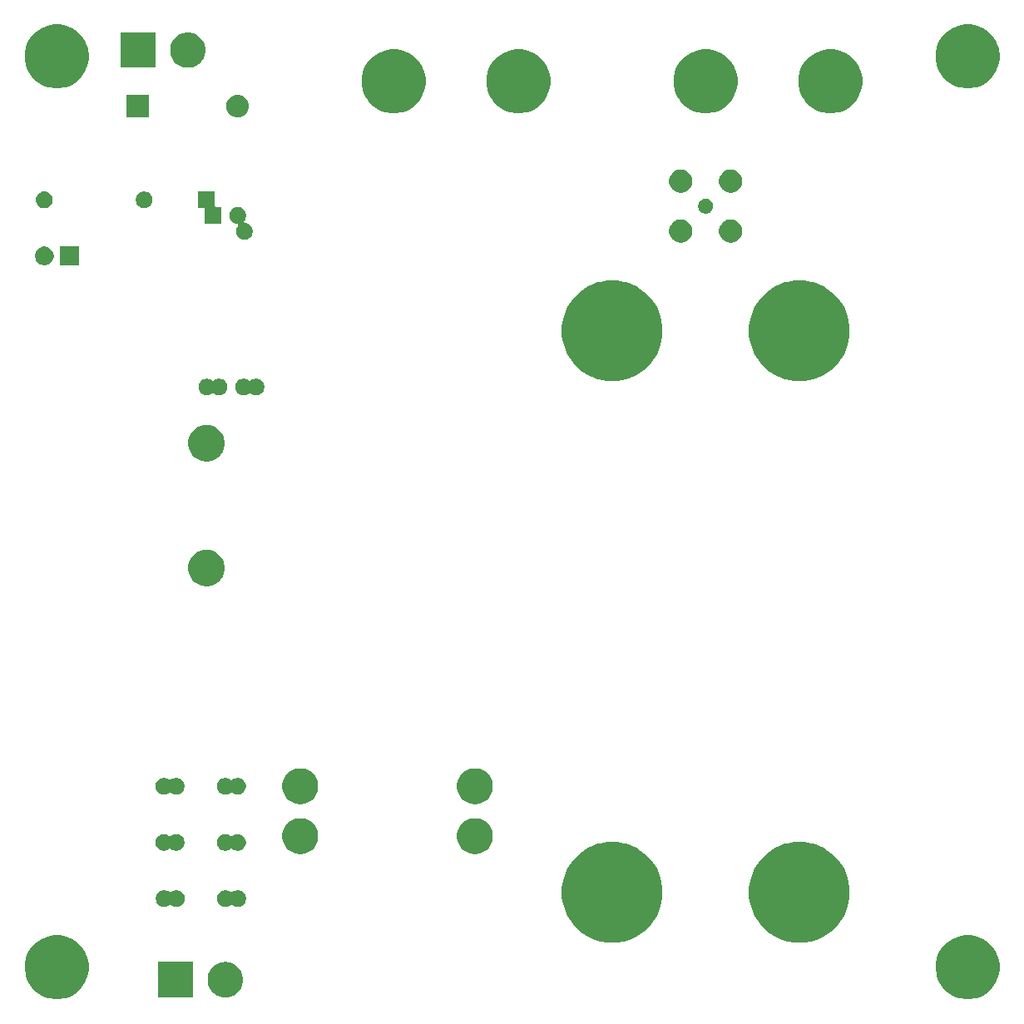
<source format=gbr>
G04 #@! TF.GenerationSoftware,KiCad,Pcbnew,5.0.2-bee76a0~70~ubuntu16.04.1*
G04 #@! TF.CreationDate,2021-05-08T15:12:51-07:00*
G04 #@! TF.ProjectId,simple-switching-network,73696d70-6c65-42d7-9377-69746368696e,rev?*
G04 #@! TF.SameCoordinates,Original*
G04 #@! TF.FileFunction,Soldermask,Top*
G04 #@! TF.FilePolarity,Negative*
%FSLAX46Y46*%
G04 Gerber Fmt 4.6, Leading zero omitted, Abs format (unit mm)*
G04 Created by KiCad (PCBNEW 5.0.2-bee76a0~70~ubuntu16.04.1) date Sat 08 May 2021 03:12:51 PM PDT*
%MOMM*%
%LPD*%
G01*
G04 APERTURE LIST*
%ADD10C,0.100000*%
G04 APERTURE END LIST*
D10*
G36*
X160654239Y-150481467D02*
X160968282Y-150543934D01*
X161559926Y-150789001D01*
X161851491Y-150983819D01*
X162092395Y-151144786D01*
X162545214Y-151597605D01*
X162545216Y-151597608D01*
X162900999Y-152130074D01*
X162900999Y-152130075D01*
X163146066Y-152721719D01*
X163271000Y-153349803D01*
X163271000Y-153990197D01*
X163208533Y-154304239D01*
X163146066Y-154618282D01*
X162900999Y-155209926D01*
X162730330Y-155465350D01*
X162545214Y-155742395D01*
X162092395Y-156195214D01*
X162092392Y-156195216D01*
X161559926Y-156550999D01*
X160968282Y-156796066D01*
X160654239Y-156858533D01*
X160340197Y-156921000D01*
X159699803Y-156921000D01*
X159385761Y-156858533D01*
X159071718Y-156796066D01*
X158480074Y-156550999D01*
X157947608Y-156195216D01*
X157947605Y-156195214D01*
X157494786Y-155742395D01*
X157309670Y-155465350D01*
X157139001Y-155209926D01*
X156893934Y-154618282D01*
X156831467Y-154304239D01*
X156769000Y-153990197D01*
X156769000Y-153349803D01*
X156893934Y-152721719D01*
X157139001Y-152130075D01*
X157139001Y-152130074D01*
X157494784Y-151597608D01*
X157494786Y-151597605D01*
X157947605Y-151144786D01*
X158188509Y-150983819D01*
X158480074Y-150789001D01*
X159071718Y-150543934D01*
X159385761Y-150481467D01*
X159699803Y-150419000D01*
X160340197Y-150419000D01*
X160654239Y-150481467D01*
X160654239Y-150481467D01*
G37*
G36*
X67944239Y-150481467D02*
X68258282Y-150543934D01*
X68849926Y-150789001D01*
X69141491Y-150983819D01*
X69382395Y-151144786D01*
X69835214Y-151597605D01*
X69835216Y-151597608D01*
X70190999Y-152130074D01*
X70190999Y-152130075D01*
X70436066Y-152721719D01*
X70561000Y-153349803D01*
X70561000Y-153990197D01*
X70498533Y-154304239D01*
X70436066Y-154618282D01*
X70190999Y-155209926D01*
X70020330Y-155465350D01*
X69835214Y-155742395D01*
X69382395Y-156195214D01*
X69382392Y-156195216D01*
X68849926Y-156550999D01*
X68258282Y-156796066D01*
X67944239Y-156858533D01*
X67630197Y-156921000D01*
X66989803Y-156921000D01*
X66675761Y-156858533D01*
X66361718Y-156796066D01*
X65770074Y-156550999D01*
X65237608Y-156195216D01*
X65237605Y-156195214D01*
X64784786Y-155742395D01*
X64599670Y-155465350D01*
X64429001Y-155209926D01*
X64183934Y-154618282D01*
X64121467Y-154304239D01*
X64059000Y-153990197D01*
X64059000Y-153349803D01*
X64183934Y-152721719D01*
X64429001Y-152130075D01*
X64429001Y-152130074D01*
X64784784Y-151597608D01*
X64784786Y-151597605D01*
X65237605Y-151144786D01*
X65478509Y-150983819D01*
X65770074Y-150789001D01*
X66361718Y-150543934D01*
X66675761Y-150481467D01*
X66989803Y-150419000D01*
X67630197Y-150419000D01*
X67944239Y-150481467D01*
X67944239Y-150481467D01*
G37*
G36*
X84681905Y-153148789D02*
X84980350Y-153208153D01*
X85308122Y-153343921D01*
X85603109Y-153541025D01*
X85853975Y-153791891D01*
X86051079Y-154086878D01*
X86186847Y-154414650D01*
X86256060Y-154762611D01*
X86256060Y-155117389D01*
X86186847Y-155465350D01*
X86051079Y-155793122D01*
X85853975Y-156088109D01*
X85603109Y-156338975D01*
X85308122Y-156536079D01*
X84980350Y-156671847D01*
X84681905Y-156731211D01*
X84632390Y-156741060D01*
X84277610Y-156741060D01*
X84228095Y-156731211D01*
X83929650Y-156671847D01*
X83601878Y-156536079D01*
X83306891Y-156338975D01*
X83056025Y-156088109D01*
X82858921Y-155793122D01*
X82723153Y-155465350D01*
X82653940Y-155117389D01*
X82653940Y-154762611D01*
X82723153Y-154414650D01*
X82858921Y-154086878D01*
X83056025Y-153791891D01*
X83306891Y-153541025D01*
X83601878Y-153343921D01*
X83929650Y-153208153D01*
X84228095Y-153148789D01*
X84277610Y-153138940D01*
X84632390Y-153138940D01*
X84681905Y-153148789D01*
X84681905Y-153148789D01*
G37*
G36*
X81176060Y-156741060D02*
X77573940Y-156741060D01*
X77573940Y-153138940D01*
X81176060Y-153138940D01*
X81176060Y-156741060D01*
X81176060Y-156741060D01*
G37*
G36*
X144041225Y-141050454D02*
X144371658Y-141116181D01*
X144758443Y-141276393D01*
X145305439Y-141502966D01*
X146145825Y-142064494D01*
X146860506Y-142779175D01*
X147422034Y-143619561D01*
X147808819Y-144553343D01*
X148006000Y-145544639D01*
X148006000Y-146555361D01*
X147808819Y-147546657D01*
X147422034Y-148480439D01*
X146860506Y-149320825D01*
X146145825Y-150035506D01*
X145305439Y-150597034D01*
X144841989Y-150789001D01*
X144371658Y-150983819D01*
X144041225Y-151049546D01*
X143380361Y-151181000D01*
X142369639Y-151181000D01*
X141708775Y-151049546D01*
X141378342Y-150983819D01*
X140908011Y-150789001D01*
X140444561Y-150597034D01*
X139604175Y-150035506D01*
X138889494Y-149320825D01*
X138327966Y-148480439D01*
X137941181Y-147546657D01*
X137744000Y-146555361D01*
X137744000Y-145544639D01*
X137941181Y-144553343D01*
X138327966Y-143619561D01*
X138889494Y-142779175D01*
X139604175Y-142064494D01*
X140444561Y-141502966D01*
X140991557Y-141276393D01*
X141378342Y-141116181D01*
X141708775Y-141050454D01*
X142369639Y-140919000D01*
X143380361Y-140919000D01*
X144041225Y-141050454D01*
X144041225Y-141050454D01*
G37*
G36*
X124991225Y-141050454D02*
X125321658Y-141116181D01*
X125708443Y-141276393D01*
X126255439Y-141502966D01*
X127095825Y-142064494D01*
X127810506Y-142779175D01*
X128372034Y-143619561D01*
X128758819Y-144553343D01*
X128956000Y-145544639D01*
X128956000Y-146555361D01*
X128758819Y-147546657D01*
X128372034Y-148480439D01*
X127810506Y-149320825D01*
X127095825Y-150035506D01*
X126255439Y-150597034D01*
X125791989Y-150789001D01*
X125321658Y-150983819D01*
X124991225Y-151049546D01*
X124330361Y-151181000D01*
X123319639Y-151181000D01*
X122658775Y-151049546D01*
X122328342Y-150983819D01*
X121858011Y-150789001D01*
X121394561Y-150597034D01*
X120554175Y-150035506D01*
X119839494Y-149320825D01*
X119277966Y-148480439D01*
X118891181Y-147546657D01*
X118694000Y-146555361D01*
X118694000Y-145544639D01*
X118891181Y-144553343D01*
X119277966Y-143619561D01*
X119839494Y-142779175D01*
X120554175Y-142064494D01*
X121394561Y-141502966D01*
X121941557Y-141276393D01*
X122328342Y-141116181D01*
X122658775Y-141050454D01*
X123319639Y-140919000D01*
X124330361Y-140919000D01*
X124991225Y-141050454D01*
X124991225Y-141050454D01*
G37*
G36*
X84723228Y-145866703D02*
X84878100Y-145930853D01*
X85017481Y-146023985D01*
X85017485Y-146023989D01*
X85024380Y-146028596D01*
X85030554Y-146033663D01*
X85052165Y-146045214D01*
X85075614Y-146052327D01*
X85100000Y-146054729D01*
X85124386Y-146052327D01*
X85147835Y-146045214D01*
X85169446Y-146033663D01*
X85175620Y-146028596D01*
X85182515Y-146023989D01*
X85182519Y-146023985D01*
X85321900Y-145930853D01*
X85476772Y-145866703D01*
X85641184Y-145834000D01*
X85808816Y-145834000D01*
X85973228Y-145866703D01*
X86128100Y-145930853D01*
X86267481Y-146023985D01*
X86386015Y-146142519D01*
X86479147Y-146281900D01*
X86543297Y-146436772D01*
X86576000Y-146601184D01*
X86576000Y-146768816D01*
X86543297Y-146933228D01*
X86479147Y-147088100D01*
X86386015Y-147227481D01*
X86267481Y-147346015D01*
X86128100Y-147439147D01*
X85973228Y-147503297D01*
X85808816Y-147536000D01*
X85641184Y-147536000D01*
X85476772Y-147503297D01*
X85321900Y-147439147D01*
X85182519Y-147346015D01*
X85182515Y-147346011D01*
X85175620Y-147341404D01*
X85169446Y-147336337D01*
X85147835Y-147324786D01*
X85124386Y-147317673D01*
X85100000Y-147315271D01*
X85075614Y-147317673D01*
X85052165Y-147324786D01*
X85030554Y-147336337D01*
X85024380Y-147341404D01*
X85017485Y-147346011D01*
X85017481Y-147346015D01*
X84878100Y-147439147D01*
X84723228Y-147503297D01*
X84558816Y-147536000D01*
X84391184Y-147536000D01*
X84226772Y-147503297D01*
X84071900Y-147439147D01*
X83932519Y-147346015D01*
X83813985Y-147227481D01*
X83720853Y-147088100D01*
X83656703Y-146933228D01*
X83624000Y-146768816D01*
X83624000Y-146601184D01*
X83656703Y-146436772D01*
X83720853Y-146281900D01*
X83813985Y-146142519D01*
X83932519Y-146023985D01*
X84071900Y-145930853D01*
X84226772Y-145866703D01*
X84391184Y-145834000D01*
X84558816Y-145834000D01*
X84723228Y-145866703D01*
X84723228Y-145866703D01*
G37*
G36*
X78473228Y-145866703D02*
X78628100Y-145930853D01*
X78767481Y-146023985D01*
X78767485Y-146023989D01*
X78774380Y-146028596D01*
X78780554Y-146033663D01*
X78802165Y-146045214D01*
X78825614Y-146052327D01*
X78850000Y-146054729D01*
X78874386Y-146052327D01*
X78897835Y-146045214D01*
X78919446Y-146033663D01*
X78925620Y-146028596D01*
X78932515Y-146023989D01*
X78932519Y-146023985D01*
X79071900Y-145930853D01*
X79226772Y-145866703D01*
X79391184Y-145834000D01*
X79558816Y-145834000D01*
X79723228Y-145866703D01*
X79878100Y-145930853D01*
X80017481Y-146023985D01*
X80136015Y-146142519D01*
X80229147Y-146281900D01*
X80293297Y-146436772D01*
X80326000Y-146601184D01*
X80326000Y-146768816D01*
X80293297Y-146933228D01*
X80229147Y-147088100D01*
X80136015Y-147227481D01*
X80017481Y-147346015D01*
X79878100Y-147439147D01*
X79723228Y-147503297D01*
X79558816Y-147536000D01*
X79391184Y-147536000D01*
X79226772Y-147503297D01*
X79071900Y-147439147D01*
X78932519Y-147346015D01*
X78932515Y-147346011D01*
X78925620Y-147341404D01*
X78919446Y-147336337D01*
X78897835Y-147324786D01*
X78874386Y-147317673D01*
X78850000Y-147315271D01*
X78825614Y-147317673D01*
X78802165Y-147324786D01*
X78780554Y-147336337D01*
X78774380Y-147341404D01*
X78767485Y-147346011D01*
X78767481Y-147346015D01*
X78628100Y-147439147D01*
X78473228Y-147503297D01*
X78308816Y-147536000D01*
X78141184Y-147536000D01*
X77976772Y-147503297D01*
X77821900Y-147439147D01*
X77682519Y-147346015D01*
X77563985Y-147227481D01*
X77470853Y-147088100D01*
X77406703Y-146933228D01*
X77374000Y-146768816D01*
X77374000Y-146601184D01*
X77406703Y-146436772D01*
X77470853Y-146281900D01*
X77563985Y-146142519D01*
X77682519Y-146023985D01*
X77821900Y-145930853D01*
X77976772Y-145866703D01*
X78141184Y-145834000D01*
X78308816Y-145834000D01*
X78473228Y-145866703D01*
X78473228Y-145866703D01*
G37*
G36*
X92431820Y-138541143D02*
X92608500Y-138576287D01*
X92746373Y-138633396D01*
X92941355Y-138714160D01*
X93240923Y-138914325D01*
X93495675Y-139169077D01*
X93695840Y-139468645D01*
X93833713Y-139801501D01*
X93904000Y-140154858D01*
X93904000Y-140515142D01*
X93833713Y-140868499D01*
X93695840Y-141201355D01*
X93495675Y-141500923D01*
X93240923Y-141755675D01*
X92941355Y-141955840D01*
X92746373Y-142036604D01*
X92608500Y-142093713D01*
X92431820Y-142128857D01*
X92255142Y-142164000D01*
X91894858Y-142164000D01*
X91718180Y-142128857D01*
X91541500Y-142093713D01*
X91403627Y-142036604D01*
X91208645Y-141955840D01*
X90909077Y-141755675D01*
X90654325Y-141500923D01*
X90454160Y-141201355D01*
X90316287Y-140868499D01*
X90246000Y-140515142D01*
X90246000Y-140154858D01*
X90316287Y-139801501D01*
X90454160Y-139468645D01*
X90654325Y-139169077D01*
X90909077Y-138914325D01*
X91208645Y-138714160D01*
X91403627Y-138633396D01*
X91541500Y-138576287D01*
X91718180Y-138541143D01*
X91894858Y-138506000D01*
X92255142Y-138506000D01*
X92431820Y-138541143D01*
X92431820Y-138541143D01*
G37*
G36*
X110211820Y-138541143D02*
X110388500Y-138576287D01*
X110526373Y-138633396D01*
X110721355Y-138714160D01*
X111020923Y-138914325D01*
X111275675Y-139169077D01*
X111475840Y-139468645D01*
X111613713Y-139801501D01*
X111684000Y-140154858D01*
X111684000Y-140515142D01*
X111613713Y-140868499D01*
X111475840Y-141201355D01*
X111275675Y-141500923D01*
X111020923Y-141755675D01*
X110721355Y-141955840D01*
X110526373Y-142036604D01*
X110388500Y-142093713D01*
X110211820Y-142128857D01*
X110035142Y-142164000D01*
X109674858Y-142164000D01*
X109498180Y-142128857D01*
X109321500Y-142093713D01*
X109183627Y-142036604D01*
X108988645Y-141955840D01*
X108689077Y-141755675D01*
X108434325Y-141500923D01*
X108234160Y-141201355D01*
X108096287Y-140868499D01*
X108026000Y-140515142D01*
X108026000Y-140154858D01*
X108096287Y-139801501D01*
X108234160Y-139468645D01*
X108434325Y-139169077D01*
X108689077Y-138914325D01*
X108988645Y-138714160D01*
X109183627Y-138633396D01*
X109321500Y-138576287D01*
X109498180Y-138541143D01*
X109674858Y-138506000D01*
X110035142Y-138506000D01*
X110211820Y-138541143D01*
X110211820Y-138541143D01*
G37*
G36*
X84703228Y-140151703D02*
X84858100Y-140215853D01*
X84997481Y-140308985D01*
X84997485Y-140308989D01*
X85004380Y-140313596D01*
X85010554Y-140318663D01*
X85032165Y-140330214D01*
X85055614Y-140337327D01*
X85080000Y-140339729D01*
X85104386Y-140337327D01*
X85127835Y-140330214D01*
X85149446Y-140318663D01*
X85155620Y-140313596D01*
X85162515Y-140308989D01*
X85162519Y-140308985D01*
X85301900Y-140215853D01*
X85456772Y-140151703D01*
X85621184Y-140119000D01*
X85788816Y-140119000D01*
X85953228Y-140151703D01*
X86108100Y-140215853D01*
X86247481Y-140308985D01*
X86366015Y-140427519D01*
X86459147Y-140566900D01*
X86523297Y-140721772D01*
X86556000Y-140886184D01*
X86556000Y-141053816D01*
X86523297Y-141218228D01*
X86459147Y-141373100D01*
X86366015Y-141512481D01*
X86247481Y-141631015D01*
X86108100Y-141724147D01*
X85953228Y-141788297D01*
X85788816Y-141821000D01*
X85621184Y-141821000D01*
X85456772Y-141788297D01*
X85301900Y-141724147D01*
X85162519Y-141631015D01*
X85162515Y-141631011D01*
X85155620Y-141626404D01*
X85149446Y-141621337D01*
X85127835Y-141609786D01*
X85104386Y-141602673D01*
X85080000Y-141600271D01*
X85055614Y-141602673D01*
X85032165Y-141609786D01*
X85010554Y-141621337D01*
X85004380Y-141626404D01*
X84997485Y-141631011D01*
X84997481Y-141631015D01*
X84858100Y-141724147D01*
X84703228Y-141788297D01*
X84538816Y-141821000D01*
X84371184Y-141821000D01*
X84206772Y-141788297D01*
X84051900Y-141724147D01*
X83912519Y-141631015D01*
X83793985Y-141512481D01*
X83700853Y-141373100D01*
X83636703Y-141218228D01*
X83604000Y-141053816D01*
X83604000Y-140886184D01*
X83636703Y-140721772D01*
X83700853Y-140566900D01*
X83793985Y-140427519D01*
X83912519Y-140308985D01*
X84051900Y-140215853D01*
X84206772Y-140151703D01*
X84371184Y-140119000D01*
X84538816Y-140119000D01*
X84703228Y-140151703D01*
X84703228Y-140151703D01*
G37*
G36*
X78453228Y-140151703D02*
X78608100Y-140215853D01*
X78747481Y-140308985D01*
X78747485Y-140308989D01*
X78754380Y-140313596D01*
X78760554Y-140318663D01*
X78782165Y-140330214D01*
X78805614Y-140337327D01*
X78830000Y-140339729D01*
X78854386Y-140337327D01*
X78877835Y-140330214D01*
X78899446Y-140318663D01*
X78905620Y-140313596D01*
X78912515Y-140308989D01*
X78912519Y-140308985D01*
X79051900Y-140215853D01*
X79206772Y-140151703D01*
X79371184Y-140119000D01*
X79538816Y-140119000D01*
X79703228Y-140151703D01*
X79858100Y-140215853D01*
X79997481Y-140308985D01*
X80116015Y-140427519D01*
X80209147Y-140566900D01*
X80273297Y-140721772D01*
X80306000Y-140886184D01*
X80306000Y-141053816D01*
X80273297Y-141218228D01*
X80209147Y-141373100D01*
X80116015Y-141512481D01*
X79997481Y-141631015D01*
X79858100Y-141724147D01*
X79703228Y-141788297D01*
X79538816Y-141821000D01*
X79371184Y-141821000D01*
X79206772Y-141788297D01*
X79051900Y-141724147D01*
X78912519Y-141631015D01*
X78912515Y-141631011D01*
X78905620Y-141626404D01*
X78899446Y-141621337D01*
X78877835Y-141609786D01*
X78854386Y-141602673D01*
X78830000Y-141600271D01*
X78805614Y-141602673D01*
X78782165Y-141609786D01*
X78760554Y-141621337D01*
X78754380Y-141626404D01*
X78747485Y-141631011D01*
X78747481Y-141631015D01*
X78608100Y-141724147D01*
X78453228Y-141788297D01*
X78288816Y-141821000D01*
X78121184Y-141821000D01*
X77956772Y-141788297D01*
X77801900Y-141724147D01*
X77662519Y-141631015D01*
X77543985Y-141512481D01*
X77450853Y-141373100D01*
X77386703Y-141218228D01*
X77354000Y-141053816D01*
X77354000Y-140886184D01*
X77386703Y-140721772D01*
X77450853Y-140566900D01*
X77543985Y-140427519D01*
X77662519Y-140308985D01*
X77801900Y-140215853D01*
X77956772Y-140151703D01*
X78121184Y-140119000D01*
X78288816Y-140119000D01*
X78453228Y-140151703D01*
X78453228Y-140151703D01*
G37*
G36*
X110211821Y-133461144D02*
X110388500Y-133496287D01*
X110526373Y-133553396D01*
X110721355Y-133634160D01*
X111020923Y-133834325D01*
X111275675Y-134089077D01*
X111475840Y-134388645D01*
X111613713Y-134721501D01*
X111684000Y-135074858D01*
X111684000Y-135435142D01*
X111613713Y-135788499D01*
X111475840Y-136121355D01*
X111275675Y-136420923D01*
X111020923Y-136675675D01*
X110721355Y-136875840D01*
X110526373Y-136956604D01*
X110388500Y-137013713D01*
X110211820Y-137048857D01*
X110035142Y-137084000D01*
X109674858Y-137084000D01*
X109498180Y-137048857D01*
X109321500Y-137013713D01*
X109183627Y-136956604D01*
X108988645Y-136875840D01*
X108689077Y-136675675D01*
X108434325Y-136420923D01*
X108234160Y-136121355D01*
X108096287Y-135788499D01*
X108026000Y-135435142D01*
X108026000Y-135074858D01*
X108096287Y-134721501D01*
X108234160Y-134388645D01*
X108434325Y-134089077D01*
X108689077Y-133834325D01*
X108988645Y-133634160D01*
X109183627Y-133553396D01*
X109321500Y-133496287D01*
X109498179Y-133461144D01*
X109674858Y-133426000D01*
X110035142Y-133426000D01*
X110211821Y-133461144D01*
X110211821Y-133461144D01*
G37*
G36*
X92431821Y-133461144D02*
X92608500Y-133496287D01*
X92746373Y-133553396D01*
X92941355Y-133634160D01*
X93240923Y-133834325D01*
X93495675Y-134089077D01*
X93695840Y-134388645D01*
X93833713Y-134721501D01*
X93904000Y-135074858D01*
X93904000Y-135435142D01*
X93833713Y-135788499D01*
X93695840Y-136121355D01*
X93495675Y-136420923D01*
X93240923Y-136675675D01*
X92941355Y-136875840D01*
X92746373Y-136956604D01*
X92608500Y-137013713D01*
X92431820Y-137048857D01*
X92255142Y-137084000D01*
X91894858Y-137084000D01*
X91718180Y-137048857D01*
X91541500Y-137013713D01*
X91403627Y-136956604D01*
X91208645Y-136875840D01*
X90909077Y-136675675D01*
X90654325Y-136420923D01*
X90454160Y-136121355D01*
X90316287Y-135788499D01*
X90246000Y-135435142D01*
X90246000Y-135074858D01*
X90316287Y-134721501D01*
X90454160Y-134388645D01*
X90654325Y-134089077D01*
X90909077Y-133834325D01*
X91208645Y-133634160D01*
X91403627Y-133553396D01*
X91541500Y-133496287D01*
X91718179Y-133461144D01*
X91894858Y-133426000D01*
X92255142Y-133426000D01*
X92431821Y-133461144D01*
X92431821Y-133461144D01*
G37*
G36*
X84703228Y-134436703D02*
X84858100Y-134500853D01*
X84997481Y-134593985D01*
X84997485Y-134593989D01*
X85004380Y-134598596D01*
X85010554Y-134603663D01*
X85032165Y-134615214D01*
X85055614Y-134622327D01*
X85080000Y-134624729D01*
X85104386Y-134622327D01*
X85127835Y-134615214D01*
X85149446Y-134603663D01*
X85155620Y-134598596D01*
X85162515Y-134593989D01*
X85162519Y-134593985D01*
X85301900Y-134500853D01*
X85456772Y-134436703D01*
X85621184Y-134404000D01*
X85788816Y-134404000D01*
X85953228Y-134436703D01*
X86108100Y-134500853D01*
X86247481Y-134593985D01*
X86366015Y-134712519D01*
X86459147Y-134851900D01*
X86523297Y-135006772D01*
X86556000Y-135171184D01*
X86556000Y-135338816D01*
X86523297Y-135503228D01*
X86459147Y-135658100D01*
X86366015Y-135797481D01*
X86247481Y-135916015D01*
X86108100Y-136009147D01*
X85953228Y-136073297D01*
X85788816Y-136106000D01*
X85621184Y-136106000D01*
X85456772Y-136073297D01*
X85301900Y-136009147D01*
X85162519Y-135916015D01*
X85162515Y-135916011D01*
X85155620Y-135911404D01*
X85149446Y-135906337D01*
X85127835Y-135894786D01*
X85104386Y-135887673D01*
X85080000Y-135885271D01*
X85055614Y-135887673D01*
X85032165Y-135894786D01*
X85010554Y-135906337D01*
X85004380Y-135911404D01*
X84997485Y-135916011D01*
X84997481Y-135916015D01*
X84858100Y-136009147D01*
X84703228Y-136073297D01*
X84538816Y-136106000D01*
X84371184Y-136106000D01*
X84206772Y-136073297D01*
X84051900Y-136009147D01*
X83912519Y-135916015D01*
X83793985Y-135797481D01*
X83700853Y-135658100D01*
X83636703Y-135503228D01*
X83604000Y-135338816D01*
X83604000Y-135171184D01*
X83636703Y-135006772D01*
X83700853Y-134851900D01*
X83793985Y-134712519D01*
X83912519Y-134593985D01*
X84051900Y-134500853D01*
X84206772Y-134436703D01*
X84371184Y-134404000D01*
X84538816Y-134404000D01*
X84703228Y-134436703D01*
X84703228Y-134436703D01*
G37*
G36*
X78453228Y-134436703D02*
X78608100Y-134500853D01*
X78747481Y-134593985D01*
X78747485Y-134593989D01*
X78754380Y-134598596D01*
X78760554Y-134603663D01*
X78782165Y-134615214D01*
X78805614Y-134622327D01*
X78830000Y-134624729D01*
X78854386Y-134622327D01*
X78877835Y-134615214D01*
X78899446Y-134603663D01*
X78905620Y-134598596D01*
X78912515Y-134593989D01*
X78912519Y-134593985D01*
X79051900Y-134500853D01*
X79206772Y-134436703D01*
X79371184Y-134404000D01*
X79538816Y-134404000D01*
X79703228Y-134436703D01*
X79858100Y-134500853D01*
X79997481Y-134593985D01*
X80116015Y-134712519D01*
X80209147Y-134851900D01*
X80273297Y-135006772D01*
X80306000Y-135171184D01*
X80306000Y-135338816D01*
X80273297Y-135503228D01*
X80209147Y-135658100D01*
X80116015Y-135797481D01*
X79997481Y-135916015D01*
X79858100Y-136009147D01*
X79703228Y-136073297D01*
X79538816Y-136106000D01*
X79371184Y-136106000D01*
X79206772Y-136073297D01*
X79051900Y-136009147D01*
X78912519Y-135916015D01*
X78912515Y-135916011D01*
X78905620Y-135911404D01*
X78899446Y-135906337D01*
X78877835Y-135894786D01*
X78854386Y-135887673D01*
X78830000Y-135885271D01*
X78805614Y-135887673D01*
X78782165Y-135894786D01*
X78760554Y-135906337D01*
X78754380Y-135911404D01*
X78747485Y-135916011D01*
X78747481Y-135916015D01*
X78608100Y-136009147D01*
X78453228Y-136073297D01*
X78288816Y-136106000D01*
X78121184Y-136106000D01*
X77956772Y-136073297D01*
X77801900Y-136009147D01*
X77662519Y-135916015D01*
X77543985Y-135797481D01*
X77450853Y-135658100D01*
X77386703Y-135503228D01*
X77354000Y-135338816D01*
X77354000Y-135171184D01*
X77386703Y-135006772D01*
X77450853Y-134851900D01*
X77543985Y-134712519D01*
X77662519Y-134593985D01*
X77801900Y-134500853D01*
X77956772Y-134436703D01*
X78121184Y-134404000D01*
X78288816Y-134404000D01*
X78453228Y-134436703D01*
X78453228Y-134436703D01*
G37*
G36*
X82911112Y-111214566D02*
X83089917Y-111250133D01*
X83426777Y-111389665D01*
X83727902Y-111590870D01*
X83729947Y-111592237D01*
X83987763Y-111850053D01*
X83987765Y-111850056D01*
X84190335Y-112153223D01*
X84329867Y-112490083D01*
X84401000Y-112847692D01*
X84401000Y-113212308D01*
X84329867Y-113569917D01*
X84190335Y-113906777D01*
X83989130Y-114207902D01*
X83987763Y-114209947D01*
X83729947Y-114467763D01*
X83729944Y-114467765D01*
X83426777Y-114670335D01*
X83089917Y-114809867D01*
X82911113Y-114845433D01*
X82732309Y-114881000D01*
X82367691Y-114881000D01*
X82188887Y-114845433D01*
X82010083Y-114809867D01*
X81673223Y-114670335D01*
X81370056Y-114467765D01*
X81370053Y-114467763D01*
X81112237Y-114209947D01*
X81110870Y-114207902D01*
X80909665Y-113906777D01*
X80770133Y-113569917D01*
X80699000Y-113212308D01*
X80699000Y-112847692D01*
X80770133Y-112490083D01*
X80909665Y-112153223D01*
X81112235Y-111850056D01*
X81112237Y-111850053D01*
X81370053Y-111592237D01*
X81372098Y-111590870D01*
X81673223Y-111389665D01*
X82010083Y-111250133D01*
X82188888Y-111214566D01*
X82367691Y-111179000D01*
X82732309Y-111179000D01*
X82911112Y-111214566D01*
X82911112Y-111214566D01*
G37*
G36*
X82911113Y-98514567D02*
X83089917Y-98550133D01*
X83426777Y-98689665D01*
X83727902Y-98890870D01*
X83729947Y-98892237D01*
X83987763Y-99150053D01*
X83987765Y-99150056D01*
X84190335Y-99453223D01*
X84329867Y-99790083D01*
X84401000Y-100147692D01*
X84401000Y-100512308D01*
X84329867Y-100869917D01*
X84190335Y-101206777D01*
X83989130Y-101507902D01*
X83987763Y-101509947D01*
X83729947Y-101767763D01*
X83729944Y-101767765D01*
X83426777Y-101970335D01*
X83089917Y-102109867D01*
X82911113Y-102145433D01*
X82732309Y-102181000D01*
X82367691Y-102181000D01*
X82188887Y-102145433D01*
X82010083Y-102109867D01*
X81673223Y-101970335D01*
X81370056Y-101767765D01*
X81370053Y-101767763D01*
X81112237Y-101509947D01*
X81110870Y-101507902D01*
X80909665Y-101206777D01*
X80770133Y-100869917D01*
X80699000Y-100512308D01*
X80699000Y-100147692D01*
X80770133Y-99790083D01*
X80909665Y-99453223D01*
X81112235Y-99150056D01*
X81112237Y-99150053D01*
X81370053Y-98892237D01*
X81372098Y-98890870D01*
X81673223Y-98689665D01*
X82010083Y-98550133D01*
X82188887Y-98514567D01*
X82367691Y-98479000D01*
X82732309Y-98479000D01*
X82911113Y-98514567D01*
X82911113Y-98514567D01*
G37*
G36*
X86568228Y-93796703D02*
X86723100Y-93860853D01*
X86862481Y-93953985D01*
X86862485Y-93953989D01*
X86869380Y-93958596D01*
X86875554Y-93963663D01*
X86897165Y-93975214D01*
X86920614Y-93982327D01*
X86945000Y-93984729D01*
X86969386Y-93982327D01*
X86992835Y-93975214D01*
X87014446Y-93963663D01*
X87020620Y-93958596D01*
X87027515Y-93953989D01*
X87027519Y-93953985D01*
X87166900Y-93860853D01*
X87321772Y-93796703D01*
X87486184Y-93764000D01*
X87653816Y-93764000D01*
X87818228Y-93796703D01*
X87973100Y-93860853D01*
X88112481Y-93953985D01*
X88231015Y-94072519D01*
X88324147Y-94211900D01*
X88388297Y-94366772D01*
X88421000Y-94531184D01*
X88421000Y-94698816D01*
X88388297Y-94863228D01*
X88324147Y-95018100D01*
X88231015Y-95157481D01*
X88112481Y-95276015D01*
X87973100Y-95369147D01*
X87818228Y-95433297D01*
X87653816Y-95466000D01*
X87486184Y-95466000D01*
X87321772Y-95433297D01*
X87166900Y-95369147D01*
X87027519Y-95276015D01*
X87027515Y-95276011D01*
X87020620Y-95271404D01*
X87014446Y-95266337D01*
X86992835Y-95254786D01*
X86969386Y-95247673D01*
X86945000Y-95245271D01*
X86920614Y-95247673D01*
X86897165Y-95254786D01*
X86875554Y-95266337D01*
X86869380Y-95271404D01*
X86862485Y-95276011D01*
X86862481Y-95276015D01*
X86723100Y-95369147D01*
X86568228Y-95433297D01*
X86403816Y-95466000D01*
X86236184Y-95466000D01*
X86071772Y-95433297D01*
X85916900Y-95369147D01*
X85777519Y-95276015D01*
X85658985Y-95157481D01*
X85565853Y-95018100D01*
X85501703Y-94863228D01*
X85469000Y-94698816D01*
X85469000Y-94531184D01*
X85501703Y-94366772D01*
X85565853Y-94211900D01*
X85658985Y-94072519D01*
X85777519Y-93953985D01*
X85916900Y-93860853D01*
X86071772Y-93796703D01*
X86236184Y-93764000D01*
X86403816Y-93764000D01*
X86568228Y-93796703D01*
X86568228Y-93796703D01*
G37*
G36*
X82818228Y-93796703D02*
X82973100Y-93860853D01*
X83112481Y-93953985D01*
X83112485Y-93953989D01*
X83119380Y-93958596D01*
X83125554Y-93963663D01*
X83147165Y-93975214D01*
X83170614Y-93982327D01*
X83195000Y-93984729D01*
X83219386Y-93982327D01*
X83242835Y-93975214D01*
X83264446Y-93963663D01*
X83270620Y-93958596D01*
X83277515Y-93953989D01*
X83277519Y-93953985D01*
X83416900Y-93860853D01*
X83571772Y-93796703D01*
X83736184Y-93764000D01*
X83903816Y-93764000D01*
X84068228Y-93796703D01*
X84223100Y-93860853D01*
X84362481Y-93953985D01*
X84481015Y-94072519D01*
X84574147Y-94211900D01*
X84638297Y-94366772D01*
X84671000Y-94531184D01*
X84671000Y-94698816D01*
X84638297Y-94863228D01*
X84574147Y-95018100D01*
X84481015Y-95157481D01*
X84362481Y-95276015D01*
X84223100Y-95369147D01*
X84068228Y-95433297D01*
X83903816Y-95466000D01*
X83736184Y-95466000D01*
X83571772Y-95433297D01*
X83416900Y-95369147D01*
X83277519Y-95276015D01*
X83277515Y-95276011D01*
X83270620Y-95271404D01*
X83264446Y-95266337D01*
X83242835Y-95254786D01*
X83219386Y-95247673D01*
X83195000Y-95245271D01*
X83170614Y-95247673D01*
X83147165Y-95254786D01*
X83125554Y-95266337D01*
X83119380Y-95271404D01*
X83112485Y-95276011D01*
X83112481Y-95276015D01*
X82973100Y-95369147D01*
X82818228Y-95433297D01*
X82653816Y-95466000D01*
X82486184Y-95466000D01*
X82321772Y-95433297D01*
X82166900Y-95369147D01*
X82027519Y-95276015D01*
X81908985Y-95157481D01*
X81815853Y-95018100D01*
X81751703Y-94863228D01*
X81719000Y-94698816D01*
X81719000Y-94531184D01*
X81751703Y-94366772D01*
X81815853Y-94211900D01*
X81908985Y-94072519D01*
X82027519Y-93953985D01*
X82166900Y-93860853D01*
X82321772Y-93796703D01*
X82486184Y-93764000D01*
X82653816Y-93764000D01*
X82818228Y-93796703D01*
X82818228Y-93796703D01*
G37*
G36*
X144041225Y-83900454D02*
X144371658Y-83966181D01*
X144758443Y-84126393D01*
X145305439Y-84352966D01*
X146145825Y-84914494D01*
X146860506Y-85629175D01*
X147422034Y-86469561D01*
X147808819Y-87403343D01*
X148006000Y-88394639D01*
X148006000Y-89405361D01*
X147808819Y-90396657D01*
X147422034Y-91330439D01*
X146860506Y-92170825D01*
X146145825Y-92885506D01*
X145305439Y-93447034D01*
X144758443Y-93673607D01*
X144371658Y-93833819D01*
X144235748Y-93860853D01*
X143380361Y-94031000D01*
X142369639Y-94031000D01*
X141514252Y-93860853D01*
X141378342Y-93833819D01*
X140991557Y-93673607D01*
X140444561Y-93447034D01*
X139604175Y-92885506D01*
X138889494Y-92170825D01*
X138327966Y-91330439D01*
X137941181Y-90396657D01*
X137744000Y-89405361D01*
X137744000Y-88394639D01*
X137941181Y-87403343D01*
X138327966Y-86469561D01*
X138889494Y-85629175D01*
X139604175Y-84914494D01*
X140444561Y-84352966D01*
X140991557Y-84126393D01*
X141378342Y-83966181D01*
X141708775Y-83900454D01*
X142369639Y-83769000D01*
X143380361Y-83769000D01*
X144041225Y-83900454D01*
X144041225Y-83900454D01*
G37*
G36*
X124991225Y-83900454D02*
X125321658Y-83966181D01*
X125708443Y-84126393D01*
X126255439Y-84352966D01*
X127095825Y-84914494D01*
X127810506Y-85629175D01*
X128372034Y-86469561D01*
X128758819Y-87403343D01*
X128956000Y-88394639D01*
X128956000Y-89405361D01*
X128758819Y-90396657D01*
X128372034Y-91330439D01*
X127810506Y-92170825D01*
X127095825Y-92885506D01*
X126255439Y-93447034D01*
X125708443Y-93673607D01*
X125321658Y-93833819D01*
X125185748Y-93860853D01*
X124330361Y-94031000D01*
X123319639Y-94031000D01*
X122464252Y-93860853D01*
X122328342Y-93833819D01*
X121941557Y-93673607D01*
X121394561Y-93447034D01*
X120554175Y-92885506D01*
X119839494Y-92170825D01*
X119277966Y-91330439D01*
X118891181Y-90396657D01*
X118694000Y-89405361D01*
X118694000Y-88394639D01*
X118891181Y-87403343D01*
X119277966Y-86469561D01*
X119839494Y-85629175D01*
X120554175Y-84914494D01*
X121394561Y-84352966D01*
X121941557Y-84126393D01*
X122328342Y-83966181D01*
X122658775Y-83900454D01*
X123319639Y-83769000D01*
X124330361Y-83769000D01*
X124991225Y-83900454D01*
X124991225Y-83900454D01*
G37*
G36*
X66317396Y-80365546D02*
X66490466Y-80437234D01*
X66646230Y-80541312D01*
X66778688Y-80673770D01*
X66882766Y-80829534D01*
X66954454Y-81002604D01*
X66991000Y-81186333D01*
X66991000Y-81373667D01*
X66954454Y-81557396D01*
X66882766Y-81730466D01*
X66778688Y-81886230D01*
X66646230Y-82018688D01*
X66490466Y-82122766D01*
X66317396Y-82194454D01*
X66133667Y-82231000D01*
X65946333Y-82231000D01*
X65762604Y-82194454D01*
X65589534Y-82122766D01*
X65433770Y-82018688D01*
X65301312Y-81886230D01*
X65197234Y-81730466D01*
X65125546Y-81557396D01*
X65089000Y-81373667D01*
X65089000Y-81186333D01*
X65125546Y-81002604D01*
X65197234Y-80829534D01*
X65301312Y-80673770D01*
X65433770Y-80541312D01*
X65589534Y-80437234D01*
X65762604Y-80365546D01*
X65946333Y-80329000D01*
X66133667Y-80329000D01*
X66317396Y-80365546D01*
X66317396Y-80365546D01*
G37*
G36*
X69531000Y-82231000D02*
X67629000Y-82231000D01*
X67629000Y-80329000D01*
X69531000Y-80329000D01*
X69531000Y-82231000D01*
X69531000Y-82231000D01*
G37*
G36*
X131039427Y-77586597D02*
X131153027Y-77609193D01*
X131367045Y-77697842D01*
X131431882Y-77741165D01*
X131559659Y-77826543D01*
X131723457Y-77990341D01*
X131723459Y-77990344D01*
X131852158Y-78182955D01*
X131940807Y-78396973D01*
X131986000Y-78624174D01*
X131986000Y-78855826D01*
X131940807Y-79083027D01*
X131852158Y-79297045D01*
X131724326Y-79488358D01*
X131723457Y-79489659D01*
X131559659Y-79653457D01*
X131559656Y-79653459D01*
X131367045Y-79782158D01*
X131153027Y-79870807D01*
X131039427Y-79893403D01*
X130925827Y-79916000D01*
X130694173Y-79916000D01*
X130580573Y-79893403D01*
X130466973Y-79870807D01*
X130252955Y-79782158D01*
X130060344Y-79653459D01*
X130060341Y-79653457D01*
X129896543Y-79489659D01*
X129895674Y-79488358D01*
X129767842Y-79297045D01*
X129679193Y-79083027D01*
X129634000Y-78855826D01*
X129634000Y-78624174D01*
X129679193Y-78396973D01*
X129767842Y-78182955D01*
X129896541Y-77990344D01*
X129896543Y-77990341D01*
X130060341Y-77826543D01*
X130188118Y-77741165D01*
X130252955Y-77697842D01*
X130466973Y-77609193D01*
X130580573Y-77586597D01*
X130694173Y-77564000D01*
X130925827Y-77564000D01*
X131039427Y-77586597D01*
X131039427Y-77586597D01*
G37*
G36*
X136119427Y-77586597D02*
X136233027Y-77609193D01*
X136447045Y-77697842D01*
X136511882Y-77741165D01*
X136639659Y-77826543D01*
X136803457Y-77990341D01*
X136803459Y-77990344D01*
X136932158Y-78182955D01*
X137020807Y-78396973D01*
X137066000Y-78624174D01*
X137066000Y-78855826D01*
X137020807Y-79083027D01*
X136932158Y-79297045D01*
X136804326Y-79488358D01*
X136803457Y-79489659D01*
X136639659Y-79653457D01*
X136639656Y-79653459D01*
X136447045Y-79782158D01*
X136233027Y-79870807D01*
X136119427Y-79893403D01*
X136005827Y-79916000D01*
X135774173Y-79916000D01*
X135660573Y-79893403D01*
X135546973Y-79870807D01*
X135332955Y-79782158D01*
X135140344Y-79653459D01*
X135140341Y-79653457D01*
X134976543Y-79489659D01*
X134975674Y-79488358D01*
X134847842Y-79297045D01*
X134759193Y-79083027D01*
X134714000Y-78855826D01*
X134714000Y-78624174D01*
X134759193Y-78396973D01*
X134847842Y-78182955D01*
X134976541Y-77990344D01*
X134976543Y-77990341D01*
X135140341Y-77826543D01*
X135268118Y-77741165D01*
X135332955Y-77697842D01*
X135546973Y-77609193D01*
X135660573Y-77586597D01*
X135774173Y-77564000D01*
X136005827Y-77564000D01*
X136119427Y-77586597D01*
X136119427Y-77586597D01*
G37*
G36*
X85969165Y-76346703D02*
X86124037Y-76410853D01*
X86263418Y-76503985D01*
X86381952Y-76622519D01*
X86475084Y-76761900D01*
X86539234Y-76916772D01*
X86571937Y-77081184D01*
X86571937Y-77248816D01*
X86539234Y-77413228D01*
X86475084Y-77568100D01*
X86381952Y-77707481D01*
X86376556Y-77715556D01*
X86373274Y-77719554D01*
X86361723Y-77741165D01*
X86354610Y-77764614D01*
X86352208Y-77789000D01*
X86354610Y-77813386D01*
X86361723Y-77836835D01*
X86373274Y-77858446D01*
X86388820Y-77877388D01*
X86407762Y-77892934D01*
X86429373Y-77904485D01*
X86452822Y-77911598D01*
X86474202Y-77913704D01*
X86475690Y-77914000D01*
X86640102Y-77946703D01*
X86794974Y-78010853D01*
X86934355Y-78103985D01*
X87052889Y-78222519D01*
X87146021Y-78361900D01*
X87210171Y-78516772D01*
X87242874Y-78681184D01*
X87242874Y-78848816D01*
X87210171Y-79013228D01*
X87146021Y-79168100D01*
X87052889Y-79307481D01*
X86934355Y-79426015D01*
X86794974Y-79519147D01*
X86640102Y-79583297D01*
X86475690Y-79616000D01*
X86308058Y-79616000D01*
X86143646Y-79583297D01*
X85988774Y-79519147D01*
X85849393Y-79426015D01*
X85730859Y-79307481D01*
X85637727Y-79168100D01*
X85573577Y-79013228D01*
X85540874Y-78848816D01*
X85540874Y-78681184D01*
X85573577Y-78516772D01*
X85637727Y-78361900D01*
X85730859Y-78222519D01*
X85730860Y-78222518D01*
X85736255Y-78214444D01*
X85739537Y-78210446D01*
X85751088Y-78188835D01*
X85758201Y-78165386D01*
X85760603Y-78141000D01*
X85758201Y-78116614D01*
X85751088Y-78093165D01*
X85739537Y-78071554D01*
X85723991Y-78052612D01*
X85705049Y-78037066D01*
X85683438Y-78025515D01*
X85659989Y-78018402D01*
X85638609Y-78016296D01*
X85637121Y-78016000D01*
X85472709Y-77983297D01*
X85317837Y-77919147D01*
X85178456Y-77826015D01*
X85059922Y-77707481D01*
X84966790Y-77568100D01*
X84902640Y-77413228D01*
X84869937Y-77248816D01*
X84869937Y-77081184D01*
X84902640Y-76916772D01*
X84966790Y-76761900D01*
X85059922Y-76622519D01*
X85178456Y-76503985D01*
X85317837Y-76410853D01*
X85472709Y-76346703D01*
X85637121Y-76314000D01*
X85804753Y-76314000D01*
X85969165Y-76346703D01*
X85969165Y-76346703D01*
G37*
G36*
X83401000Y-76189000D02*
X83403402Y-76213386D01*
X83410515Y-76236835D01*
X83422066Y-76258446D01*
X83437612Y-76277388D01*
X83456554Y-76292934D01*
X83478165Y-76304485D01*
X83501614Y-76311598D01*
X83526000Y-76314000D01*
X84071937Y-76314000D01*
X84071937Y-78016000D01*
X82369937Y-78016000D01*
X82369937Y-76541000D01*
X82367535Y-76516614D01*
X82360422Y-76493165D01*
X82348871Y-76471554D01*
X82333325Y-76452612D01*
X82314383Y-76437066D01*
X82292772Y-76425515D01*
X82269323Y-76418402D01*
X82244937Y-76416000D01*
X81699000Y-76416000D01*
X81699000Y-74714000D01*
X83401000Y-74714000D01*
X83401000Y-76189000D01*
X83401000Y-76189000D01*
G37*
G36*
X133475589Y-75438876D02*
X133574893Y-75458629D01*
X133715206Y-75516748D01*
X133841484Y-75601125D01*
X133948875Y-75708516D01*
X134033252Y-75834794D01*
X134091371Y-75975107D01*
X134091371Y-75975109D01*
X134121000Y-76124062D01*
X134121000Y-76275938D01*
X134113907Y-76311598D01*
X134091371Y-76424893D01*
X134033252Y-76565206D01*
X133948875Y-76691484D01*
X133841484Y-76798875D01*
X133715206Y-76883252D01*
X133574893Y-76941371D01*
X133475589Y-76961124D01*
X133425938Y-76971000D01*
X133274062Y-76971000D01*
X133224411Y-76961124D01*
X133125107Y-76941371D01*
X132984794Y-76883252D01*
X132858516Y-76798875D01*
X132751125Y-76691484D01*
X132666748Y-76565206D01*
X132608629Y-76424893D01*
X132586093Y-76311598D01*
X132579000Y-76275938D01*
X132579000Y-76124062D01*
X132608629Y-75975109D01*
X132608629Y-75975107D01*
X132666748Y-75834794D01*
X132751125Y-75708516D01*
X132858516Y-75601125D01*
X132984794Y-75516748D01*
X133125107Y-75458629D01*
X133224411Y-75438876D01*
X133274062Y-75429000D01*
X133425938Y-75429000D01*
X133475589Y-75438876D01*
X133475589Y-75438876D01*
G37*
G36*
X66206821Y-74726313D02*
X66206824Y-74726314D01*
X66206825Y-74726314D01*
X66367239Y-74774975D01*
X66367241Y-74774976D01*
X66367244Y-74774977D01*
X66515078Y-74853995D01*
X66644659Y-74960341D01*
X66751005Y-75089922D01*
X66830023Y-75237756D01*
X66830024Y-75237759D01*
X66830025Y-75237761D01*
X66878686Y-75398175D01*
X66878687Y-75398179D01*
X66895117Y-75565000D01*
X66878687Y-75731821D01*
X66878686Y-75731824D01*
X66878686Y-75731825D01*
X66847451Y-75834794D01*
X66830023Y-75892244D01*
X66751005Y-76040078D01*
X66644659Y-76169659D01*
X66515078Y-76276005D01*
X66367244Y-76355023D01*
X66367241Y-76355024D01*
X66367239Y-76355025D01*
X66206825Y-76403686D01*
X66206824Y-76403686D01*
X66206821Y-76403687D01*
X66081804Y-76416000D01*
X65998196Y-76416000D01*
X65873179Y-76403687D01*
X65873176Y-76403686D01*
X65873175Y-76403686D01*
X65712761Y-76355025D01*
X65712759Y-76355024D01*
X65712756Y-76355023D01*
X65564922Y-76276005D01*
X65435341Y-76169659D01*
X65328995Y-76040078D01*
X65249977Y-75892244D01*
X65232550Y-75834794D01*
X65201314Y-75731825D01*
X65201314Y-75731824D01*
X65201313Y-75731821D01*
X65184883Y-75565000D01*
X65201313Y-75398179D01*
X65201314Y-75398175D01*
X65249975Y-75237761D01*
X65249976Y-75237759D01*
X65249977Y-75237756D01*
X65328995Y-75089922D01*
X65435341Y-74960341D01*
X65564922Y-74853995D01*
X65712756Y-74774977D01*
X65712759Y-74774976D01*
X65712761Y-74774975D01*
X65873175Y-74726314D01*
X65873176Y-74726314D01*
X65873179Y-74726313D01*
X65998196Y-74714000D01*
X66081804Y-74714000D01*
X66206821Y-74726313D01*
X66206821Y-74726313D01*
G37*
G36*
X76448228Y-74746703D02*
X76603100Y-74810853D01*
X76742481Y-74903985D01*
X76861015Y-75022519D01*
X76954147Y-75161900D01*
X77018297Y-75316772D01*
X77051000Y-75481184D01*
X77051000Y-75648816D01*
X77018297Y-75813228D01*
X76954147Y-75968100D01*
X76861015Y-76107481D01*
X76742481Y-76226015D01*
X76603100Y-76319147D01*
X76448228Y-76383297D01*
X76283816Y-76416000D01*
X76116184Y-76416000D01*
X75951772Y-76383297D01*
X75796900Y-76319147D01*
X75657519Y-76226015D01*
X75538985Y-76107481D01*
X75445853Y-75968100D01*
X75381703Y-75813228D01*
X75349000Y-75648816D01*
X75349000Y-75481184D01*
X75381703Y-75316772D01*
X75445853Y-75161900D01*
X75538985Y-75022519D01*
X75657519Y-74903985D01*
X75796900Y-74810853D01*
X75951772Y-74746703D01*
X76116184Y-74714000D01*
X76283816Y-74714000D01*
X76448228Y-74746703D01*
X76448228Y-74746703D01*
G37*
G36*
X131039426Y-72506596D02*
X131153027Y-72529193D01*
X131367045Y-72617842D01*
X131558358Y-72745674D01*
X131559659Y-72746543D01*
X131723457Y-72910341D01*
X131723459Y-72910344D01*
X131852158Y-73102955D01*
X131940807Y-73316973D01*
X131986000Y-73544174D01*
X131986000Y-73775826D01*
X131940807Y-74003027D01*
X131852158Y-74217045D01*
X131724326Y-74408358D01*
X131723457Y-74409659D01*
X131559659Y-74573457D01*
X131559656Y-74573459D01*
X131367045Y-74702158D01*
X131153027Y-74790807D01*
X131052249Y-74810853D01*
X130925827Y-74836000D01*
X130694173Y-74836000D01*
X130567751Y-74810853D01*
X130466973Y-74790807D01*
X130252955Y-74702158D01*
X130060344Y-74573459D01*
X130060341Y-74573457D01*
X129896543Y-74409659D01*
X129895674Y-74408358D01*
X129767842Y-74217045D01*
X129679193Y-74003027D01*
X129634000Y-73775826D01*
X129634000Y-73544174D01*
X129679193Y-73316973D01*
X129767842Y-73102955D01*
X129896541Y-72910344D01*
X129896543Y-72910341D01*
X130060341Y-72746543D01*
X130061642Y-72745674D01*
X130252955Y-72617842D01*
X130466973Y-72529193D01*
X130580574Y-72506596D01*
X130694173Y-72484000D01*
X130925827Y-72484000D01*
X131039426Y-72506596D01*
X131039426Y-72506596D01*
G37*
G36*
X136119426Y-72506596D02*
X136233027Y-72529193D01*
X136447045Y-72617842D01*
X136638358Y-72745674D01*
X136639659Y-72746543D01*
X136803457Y-72910341D01*
X136803459Y-72910344D01*
X136932158Y-73102955D01*
X137020807Y-73316973D01*
X137066000Y-73544174D01*
X137066000Y-73775826D01*
X137020807Y-74003027D01*
X136932158Y-74217045D01*
X136804326Y-74408358D01*
X136803457Y-74409659D01*
X136639659Y-74573457D01*
X136639656Y-74573459D01*
X136447045Y-74702158D01*
X136233027Y-74790807D01*
X136132249Y-74810853D01*
X136005827Y-74836000D01*
X135774173Y-74836000D01*
X135647751Y-74810853D01*
X135546973Y-74790807D01*
X135332955Y-74702158D01*
X135140344Y-74573459D01*
X135140341Y-74573457D01*
X134976543Y-74409659D01*
X134975674Y-74408358D01*
X134847842Y-74217045D01*
X134759193Y-74003027D01*
X134714000Y-73775826D01*
X134714000Y-73544174D01*
X134759193Y-73316973D01*
X134847842Y-73102955D01*
X134976541Y-72910344D01*
X134976543Y-72910341D01*
X135140341Y-72746543D01*
X135141642Y-72745674D01*
X135332955Y-72617842D01*
X135546973Y-72529193D01*
X135660574Y-72506596D01*
X135774173Y-72484000D01*
X136005827Y-72484000D01*
X136119426Y-72506596D01*
X136119426Y-72506596D01*
G37*
G36*
X85849180Y-64895662D02*
X85950635Y-64905654D01*
X86167600Y-64971470D01*
X86167602Y-64971471D01*
X86167605Y-64971472D01*
X86367556Y-65078347D01*
X86542818Y-65222182D01*
X86686653Y-65397444D01*
X86793528Y-65597395D01*
X86793529Y-65597398D01*
X86793530Y-65597400D01*
X86859346Y-65814365D01*
X86881569Y-66040000D01*
X86859346Y-66265635D01*
X86793530Y-66482600D01*
X86793528Y-66482605D01*
X86686653Y-66682556D01*
X86542818Y-66857818D01*
X86367556Y-67001653D01*
X86167605Y-67108528D01*
X86167602Y-67108529D01*
X86167600Y-67108530D01*
X85950635Y-67174346D01*
X85849180Y-67184338D01*
X85781545Y-67191000D01*
X85668455Y-67191000D01*
X85600820Y-67184338D01*
X85499365Y-67174346D01*
X85282400Y-67108530D01*
X85282398Y-67108529D01*
X85282395Y-67108528D01*
X85082444Y-67001653D01*
X84907182Y-66857818D01*
X84763347Y-66682556D01*
X84656472Y-66482605D01*
X84656470Y-66482600D01*
X84590654Y-66265635D01*
X84568431Y-66040000D01*
X84590654Y-65814365D01*
X84656470Y-65597400D01*
X84656471Y-65597398D01*
X84656472Y-65597395D01*
X84763347Y-65397444D01*
X84907182Y-65222182D01*
X85082444Y-65078347D01*
X85282395Y-64971472D01*
X85282398Y-64971471D01*
X85282400Y-64971470D01*
X85499365Y-64905654D01*
X85600820Y-64895662D01*
X85668455Y-64889000D01*
X85781545Y-64889000D01*
X85849180Y-64895662D01*
X85849180Y-64895662D01*
G37*
G36*
X76716000Y-67191000D02*
X74414000Y-67191000D01*
X74414000Y-64889000D01*
X76716000Y-64889000D01*
X76716000Y-67191000D01*
X76716000Y-67191000D01*
G37*
G36*
X133984239Y-60311467D02*
X134298282Y-60373934D01*
X134889926Y-60619001D01*
X135418802Y-60972385D01*
X135422395Y-60974786D01*
X135875214Y-61427605D01*
X135875216Y-61427608D01*
X136230999Y-61960074D01*
X136476066Y-62551718D01*
X136601000Y-63179804D01*
X136601000Y-63820196D01*
X136476066Y-64448282D01*
X136230999Y-65039926D01*
X135992112Y-65397445D01*
X135875214Y-65572395D01*
X135422395Y-66025214D01*
X135422392Y-66025216D01*
X134889926Y-66380999D01*
X134298282Y-66626066D01*
X134014292Y-66682555D01*
X133670197Y-66751000D01*
X133029803Y-66751000D01*
X132685708Y-66682555D01*
X132401718Y-66626066D01*
X131810074Y-66380999D01*
X131277608Y-66025216D01*
X131277605Y-66025214D01*
X130824786Y-65572395D01*
X130707888Y-65397445D01*
X130469001Y-65039926D01*
X130223934Y-64448282D01*
X130099000Y-63820196D01*
X130099000Y-63179804D01*
X130223934Y-62551718D01*
X130469001Y-61960074D01*
X130824784Y-61427608D01*
X130824786Y-61427605D01*
X131277605Y-60974786D01*
X131281198Y-60972385D01*
X131810074Y-60619001D01*
X132401718Y-60373934D01*
X132715761Y-60311467D01*
X133029803Y-60249000D01*
X133670197Y-60249000D01*
X133984239Y-60311467D01*
X133984239Y-60311467D01*
G37*
G36*
X114934239Y-60311467D02*
X115248282Y-60373934D01*
X115839926Y-60619001D01*
X116368802Y-60972385D01*
X116372395Y-60974786D01*
X116825214Y-61427605D01*
X116825216Y-61427608D01*
X117180999Y-61960074D01*
X117426066Y-62551718D01*
X117551000Y-63179804D01*
X117551000Y-63820196D01*
X117426066Y-64448282D01*
X117180999Y-65039926D01*
X116942112Y-65397445D01*
X116825214Y-65572395D01*
X116372395Y-66025214D01*
X116372392Y-66025216D01*
X115839926Y-66380999D01*
X115248282Y-66626066D01*
X114964292Y-66682555D01*
X114620197Y-66751000D01*
X113979803Y-66751000D01*
X113635708Y-66682555D01*
X113351718Y-66626066D01*
X112760074Y-66380999D01*
X112227608Y-66025216D01*
X112227605Y-66025214D01*
X111774786Y-65572395D01*
X111657888Y-65397445D01*
X111419001Y-65039926D01*
X111173934Y-64448282D01*
X111049000Y-63820196D01*
X111049000Y-63179804D01*
X111173934Y-62551718D01*
X111419001Y-61960074D01*
X111774784Y-61427608D01*
X111774786Y-61427605D01*
X112227605Y-60974786D01*
X112231198Y-60972385D01*
X112760074Y-60619001D01*
X113351718Y-60373934D01*
X113665761Y-60311467D01*
X113979803Y-60249000D01*
X114620197Y-60249000D01*
X114934239Y-60311467D01*
X114934239Y-60311467D01*
G37*
G36*
X102234239Y-60311467D02*
X102548282Y-60373934D01*
X103139926Y-60619001D01*
X103668802Y-60972385D01*
X103672395Y-60974786D01*
X104125214Y-61427605D01*
X104125216Y-61427608D01*
X104480999Y-61960074D01*
X104726066Y-62551718D01*
X104851000Y-63179804D01*
X104851000Y-63820196D01*
X104726066Y-64448282D01*
X104480999Y-65039926D01*
X104242112Y-65397445D01*
X104125214Y-65572395D01*
X103672395Y-66025214D01*
X103672392Y-66025216D01*
X103139926Y-66380999D01*
X102548282Y-66626066D01*
X102264292Y-66682555D01*
X101920197Y-66751000D01*
X101279803Y-66751000D01*
X100935708Y-66682555D01*
X100651718Y-66626066D01*
X100060074Y-66380999D01*
X99527608Y-66025216D01*
X99527605Y-66025214D01*
X99074786Y-65572395D01*
X98957888Y-65397445D01*
X98719001Y-65039926D01*
X98473934Y-64448282D01*
X98349000Y-63820196D01*
X98349000Y-63179804D01*
X98473934Y-62551718D01*
X98719001Y-61960074D01*
X99074784Y-61427608D01*
X99074786Y-61427605D01*
X99527605Y-60974786D01*
X99531198Y-60972385D01*
X100060074Y-60619001D01*
X100651718Y-60373934D01*
X100965761Y-60311467D01*
X101279803Y-60249000D01*
X101920197Y-60249000D01*
X102234239Y-60311467D01*
X102234239Y-60311467D01*
G37*
G36*
X146684239Y-60311467D02*
X146998282Y-60373934D01*
X147589926Y-60619001D01*
X148118802Y-60972385D01*
X148122395Y-60974786D01*
X148575214Y-61427605D01*
X148575216Y-61427608D01*
X148930999Y-61960074D01*
X149176066Y-62551718D01*
X149301000Y-63179804D01*
X149301000Y-63820196D01*
X149176066Y-64448282D01*
X148930999Y-65039926D01*
X148692112Y-65397445D01*
X148575214Y-65572395D01*
X148122395Y-66025214D01*
X148122392Y-66025216D01*
X147589926Y-66380999D01*
X146998282Y-66626066D01*
X146714292Y-66682555D01*
X146370197Y-66751000D01*
X145729803Y-66751000D01*
X145385708Y-66682555D01*
X145101718Y-66626066D01*
X144510074Y-66380999D01*
X143977608Y-66025216D01*
X143977605Y-66025214D01*
X143524786Y-65572395D01*
X143407888Y-65397445D01*
X143169001Y-65039926D01*
X142923934Y-64448282D01*
X142799000Y-63820196D01*
X142799000Y-63179804D01*
X142923934Y-62551718D01*
X143169001Y-61960074D01*
X143524784Y-61427608D01*
X143524786Y-61427605D01*
X143977605Y-60974786D01*
X143981198Y-60972385D01*
X144510074Y-60619001D01*
X145101718Y-60373934D01*
X145415761Y-60311467D01*
X145729803Y-60249000D01*
X146370197Y-60249000D01*
X146684239Y-60311467D01*
X146684239Y-60311467D01*
G37*
G36*
X160654239Y-57771467D02*
X160968282Y-57833934D01*
X161559926Y-58079001D01*
X162088802Y-58432385D01*
X162092395Y-58434786D01*
X162545214Y-58887605D01*
X162545216Y-58887608D01*
X162900999Y-59420074D01*
X163146066Y-60011718D01*
X163173097Y-60147611D01*
X163243667Y-60502389D01*
X163271000Y-60639804D01*
X163271000Y-61280196D01*
X163146066Y-61908282D01*
X162900999Y-62499926D01*
X162547615Y-63028802D01*
X162545214Y-63032395D01*
X162092395Y-63485214D01*
X162092392Y-63485216D01*
X161559926Y-63840999D01*
X160968282Y-64086066D01*
X160654239Y-64148533D01*
X160340197Y-64211000D01*
X159699803Y-64211000D01*
X159385761Y-64148533D01*
X159071718Y-64086066D01*
X158480074Y-63840999D01*
X157947608Y-63485216D01*
X157947605Y-63485214D01*
X157494786Y-63032395D01*
X157492385Y-63028802D01*
X157139001Y-62499926D01*
X156893934Y-61908282D01*
X156769000Y-61280196D01*
X156769000Y-60639804D01*
X156796334Y-60502389D01*
X156866903Y-60147611D01*
X156893934Y-60011718D01*
X157139001Y-59420074D01*
X157494784Y-58887608D01*
X157494786Y-58887605D01*
X157947605Y-58434786D01*
X157951198Y-58432385D01*
X158480074Y-58079001D01*
X159071718Y-57833934D01*
X159385761Y-57771467D01*
X159699803Y-57709000D01*
X160340197Y-57709000D01*
X160654239Y-57771467D01*
X160654239Y-57771467D01*
G37*
G36*
X67944239Y-57771467D02*
X68258282Y-57833934D01*
X68849926Y-58079001D01*
X69378802Y-58432385D01*
X69382395Y-58434786D01*
X69835214Y-58887605D01*
X69835216Y-58887608D01*
X70190999Y-59420074D01*
X70436066Y-60011718D01*
X70463097Y-60147611D01*
X70533667Y-60502389D01*
X70561000Y-60639804D01*
X70561000Y-61280196D01*
X70436066Y-61908282D01*
X70190999Y-62499926D01*
X69837615Y-63028802D01*
X69835214Y-63032395D01*
X69382395Y-63485214D01*
X69382392Y-63485216D01*
X68849926Y-63840999D01*
X68258282Y-64086066D01*
X67944239Y-64148533D01*
X67630197Y-64211000D01*
X66989803Y-64211000D01*
X66675761Y-64148533D01*
X66361718Y-64086066D01*
X65770074Y-63840999D01*
X65237608Y-63485216D01*
X65237605Y-63485214D01*
X64784786Y-63032395D01*
X64782385Y-63028802D01*
X64429001Y-62499926D01*
X64183934Y-61908282D01*
X64059000Y-61280196D01*
X64059000Y-60639804D01*
X64086334Y-60502389D01*
X64156903Y-60147611D01*
X64183934Y-60011718D01*
X64429001Y-59420074D01*
X64784784Y-58887608D01*
X64784786Y-58887605D01*
X65237605Y-58434786D01*
X65241198Y-58432385D01*
X65770074Y-58079001D01*
X66361718Y-57833934D01*
X66675761Y-57771467D01*
X66989803Y-57709000D01*
X67630197Y-57709000D01*
X67944239Y-57771467D01*
X67944239Y-57771467D01*
G37*
G36*
X77366060Y-62126060D02*
X73763940Y-62126060D01*
X73763940Y-58523940D01*
X77366060Y-58523940D01*
X77366060Y-62126060D01*
X77366060Y-62126060D01*
G37*
G36*
X80871905Y-58533789D02*
X81170350Y-58593153D01*
X81498122Y-58728921D01*
X81793109Y-58926025D01*
X82043975Y-59176891D01*
X82241079Y-59471878D01*
X82376847Y-59799650D01*
X82446060Y-60147611D01*
X82446060Y-60502389D01*
X82376847Y-60850350D01*
X82241079Y-61178122D01*
X82043975Y-61473109D01*
X81793109Y-61723975D01*
X81498122Y-61921079D01*
X81170350Y-62056847D01*
X80871905Y-62116211D01*
X80822390Y-62126060D01*
X80467610Y-62126060D01*
X80418095Y-62116211D01*
X80119650Y-62056847D01*
X79791878Y-61921079D01*
X79496891Y-61723975D01*
X79246025Y-61473109D01*
X79048921Y-61178122D01*
X78913153Y-60850350D01*
X78843940Y-60502389D01*
X78843940Y-60147611D01*
X78913153Y-59799650D01*
X79048921Y-59471878D01*
X79246025Y-59176891D01*
X79496891Y-58926025D01*
X79791878Y-58728921D01*
X80119650Y-58593153D01*
X80418095Y-58533789D01*
X80467610Y-58523940D01*
X80822390Y-58523940D01*
X80871905Y-58533789D01*
X80871905Y-58533789D01*
G37*
M02*

</source>
